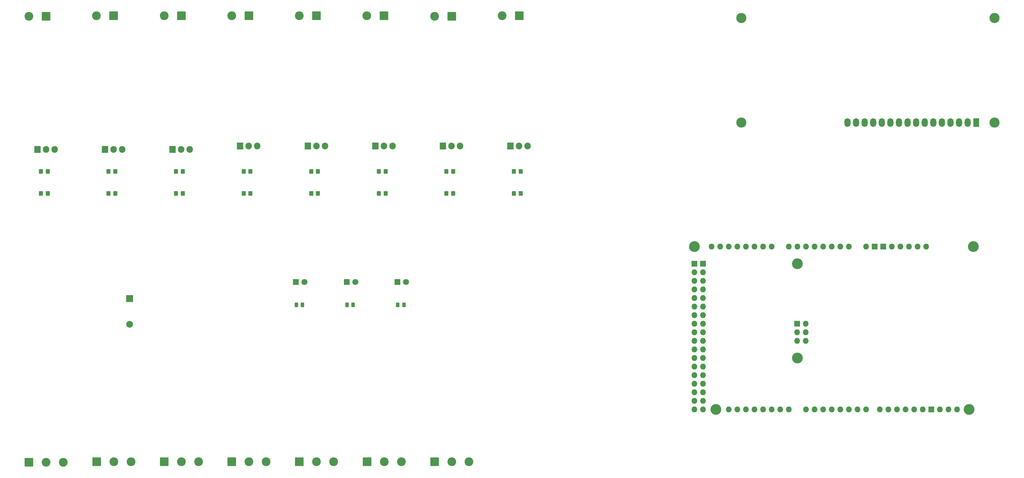
<source format=gbr>
%TF.GenerationSoftware,KiCad,Pcbnew,9.0.7*%
%TF.CreationDate,2026-01-24T11:24:44+03:00*%
%TF.ProjectId,greywater-fed hydroponic system,67726579-7761-4746-9572-2d6665642068,rev?*%
%TF.SameCoordinates,Original*%
%TF.FileFunction,Soldermask,Top*%
%TF.FilePolarity,Negative*%
%FSLAX46Y46*%
G04 Gerber Fmt 4.6, Leading zero omitted, Abs format (unit mm)*
G04 Created by KiCad (PCBNEW 9.0.7) date 2026-01-24 11:24:44*
%MOMM*%
%LPD*%
G01*
G04 APERTURE LIST*
G04 Aperture macros list*
%AMRoundRect*
0 Rectangle with rounded corners*
0 $1 Rounding radius*
0 $2 $3 $4 $5 $6 $7 $8 $9 X,Y pos of 4 corners*
0 Add a 4 corners polygon primitive as box body*
4,1,4,$2,$3,$4,$5,$6,$7,$8,$9,$2,$3,0*
0 Add four circle primitives for the rounded corners*
1,1,$1+$1,$2,$3*
1,1,$1+$1,$4,$5*
1,1,$1+$1,$6,$7*
1,1,$1+$1,$8,$9*
0 Add four rect primitives between the rounded corners*
20,1,$1+$1,$2,$3,$4,$5,0*
20,1,$1+$1,$4,$5,$6,$7,0*
20,1,$1+$1,$6,$7,$8,$9,0*
20,1,$1+$1,$8,$9,$2,$3,0*%
G04 Aperture macros list end*
%ADD10R,2.000000X2.000000*%
%ADD11C,2.000000*%
%ADD12RoundRect,0.250000X0.350000X0.450000X-0.350000X0.450000X-0.350000X-0.450000X0.350000X-0.450000X0*%
%ADD13RoundRect,0.250000X-0.262500X-0.450000X0.262500X-0.450000X0.262500X0.450000X-0.262500X0.450000X0*%
%ADD14RoundRect,0.250000X-1.050000X-1.050000X1.050000X-1.050000X1.050000X1.050000X-1.050000X1.050000X0*%
%ADD15C,2.600000*%
%ADD16R,1.800000X1.800000*%
%ADD17C,1.800000*%
%ADD18RoundRect,0.250000X1.050000X1.050000X-1.050000X1.050000X-1.050000X-1.050000X1.050000X-1.050000X0*%
%ADD19R,1.905000X2.000000*%
%ADD20O,1.905000X2.000000*%
%ADD21RoundRect,0.250000X-0.350000X-0.450000X0.350000X-0.450000X0.350000X0.450000X-0.350000X0.450000X0*%
%ADD22C,3.200000*%
%ADD23O,1.727200X1.727200*%
%ADD24R,1.727200X1.727200*%
%ADD25C,3.000000*%
%ADD26R,1.800000X2.600000*%
%ADD27O,1.800000X2.600000*%
G04 APERTURE END LIST*
D10*
%TO.C,BZ1*%
X101750000Y-142200000D03*
D11*
X101750000Y-149800000D03*
%TD*%
D12*
%TO.C,R12*%
X137500000Y-104500000D03*
X135500000Y-104500000D03*
%TD*%
D13*
%TO.C,R18*%
X151087500Y-144000000D03*
X152912500Y-144000000D03*
%TD*%
D14*
%TO.C,J15*%
X71915000Y-190672500D03*
D15*
X76995000Y-190672500D03*
X82075000Y-190672500D03*
%TD*%
D12*
%TO.C,R14*%
X177500000Y-104500000D03*
X175500000Y-104500000D03*
%TD*%
D14*
%TO.C,J11*%
X152000000Y-190500000D03*
D15*
X157080000Y-190500000D03*
X162160000Y-190500000D03*
%TD*%
D16*
%TO.C,D2*%
X150960000Y-137250000D03*
D17*
X153500000Y-137250000D03*
%TD*%
D14*
%TO.C,J13*%
X112000000Y-190500000D03*
D15*
X117080000Y-190500000D03*
X122160000Y-190500000D03*
%TD*%
D14*
%TO.C,J12*%
X132000000Y-190500000D03*
D15*
X137080000Y-190500000D03*
X142160000Y-190500000D03*
%TD*%
D18*
%TO.C,J1*%
X77000000Y-58500000D03*
D15*
X71920000Y-58500000D03*
%TD*%
D12*
%TO.C,R10*%
X97500000Y-104500000D03*
X95500000Y-104500000D03*
%TD*%
D19*
%TO.C,Q1*%
X74460000Y-97950000D03*
D20*
X77000000Y-97950000D03*
X79540000Y-97950000D03*
%TD*%
D16*
%TO.C,D1*%
X166000000Y-137250000D03*
D17*
X168540000Y-137250000D03*
%TD*%
D19*
%TO.C,Q7*%
X194460000Y-96950000D03*
D20*
X197000000Y-96950000D03*
X199540000Y-96950000D03*
%TD*%
D19*
%TO.C,Q5*%
X154460000Y-96950000D03*
D20*
X157000000Y-96950000D03*
X159540000Y-96950000D03*
%TD*%
D19*
%TO.C,Q6*%
X174460000Y-96950000D03*
D20*
X177000000Y-96950000D03*
X179540000Y-96950000D03*
%TD*%
D18*
%TO.C,J3*%
X117080000Y-58332500D03*
D15*
X112000000Y-58332500D03*
%TD*%
D19*
%TO.C,Q2*%
X94500000Y-98000000D03*
D20*
X97040000Y-98000000D03*
X99580000Y-98000000D03*
%TD*%
D13*
%TO.C,R19*%
X181087500Y-144000000D03*
X182912500Y-144000000D03*
%TD*%
D21*
%TO.C,R3*%
X115500000Y-111000000D03*
X117500000Y-111000000D03*
%TD*%
D14*
%TO.C,J9*%
X192000000Y-190500000D03*
D15*
X197080000Y-190500000D03*
X202160000Y-190500000D03*
%TD*%
D21*
%TO.C,R1*%
X75500000Y-111000000D03*
X77500000Y-111000000D03*
%TD*%
D16*
%TO.C,D3*%
X180980000Y-137250000D03*
D17*
X183520000Y-137250000D03*
%TD*%
D18*
%TO.C,J4*%
X137045000Y-58332500D03*
D15*
X131965000Y-58332500D03*
%TD*%
D18*
%TO.C,J2*%
X97045000Y-58332500D03*
D15*
X91965000Y-58332500D03*
%TD*%
D12*
%TO.C,R13*%
X157500000Y-104500000D03*
X155500000Y-104500000D03*
%TD*%
D19*
%TO.C,Q4*%
X134460000Y-96950000D03*
D20*
X137000000Y-96950000D03*
X139540000Y-96950000D03*
%TD*%
D21*
%TO.C,R2*%
X95500000Y-111000000D03*
X97500000Y-111000000D03*
%TD*%
%TO.C,R8*%
X215500000Y-111000000D03*
X217500000Y-111000000D03*
%TD*%
%TO.C,R7*%
X195500000Y-111000000D03*
X197500000Y-111000000D03*
%TD*%
D19*
%TO.C,Q3*%
X114460000Y-97950000D03*
D20*
X117000000Y-97950000D03*
X119540000Y-97950000D03*
%TD*%
D14*
%TO.C,J10*%
X172000000Y-190500000D03*
D15*
X177080000Y-190500000D03*
X182160000Y-190500000D03*
%TD*%
D13*
%TO.C,R17*%
X166087500Y-144000000D03*
X167912500Y-144000000D03*
%TD*%
D19*
%TO.C,Q8*%
X214460000Y-96950000D03*
D20*
X217000000Y-96950000D03*
X219540000Y-96950000D03*
%TD*%
D22*
%TO.C,A1*%
X351460000Y-126750000D03*
X350190000Y-175010000D03*
D23*
X337490000Y-126750000D03*
D22*
X299390000Y-159770000D03*
X299390000Y-131830000D03*
X275260000Y-175010000D03*
X268910000Y-126750000D03*
D23*
X329870000Y-126750000D03*
X327330000Y-126750000D03*
X299263000Y-154690000D03*
X271450000Y-175010000D03*
X268910000Y-175010000D03*
X314630000Y-126750000D03*
X312090000Y-126750000D03*
X309550000Y-126750000D03*
X307010000Y-126750000D03*
X304470000Y-126750000D03*
X301930000Y-126750000D03*
X299390000Y-126750000D03*
X296850000Y-126750000D03*
X291770000Y-126750000D03*
X289230000Y-126750000D03*
X286690000Y-126750000D03*
X284150000Y-126750000D03*
X281610000Y-126750000D03*
X279070000Y-126750000D03*
X276530000Y-126750000D03*
X273990000Y-126750000D03*
X341554000Y-175010000D03*
X301930000Y-175010000D03*
X304470000Y-175010000D03*
X307010000Y-175010000D03*
X309550000Y-175010000D03*
X312090000Y-175010000D03*
X314630000Y-175010000D03*
X317170000Y-175010000D03*
X319710000Y-175010000D03*
X323774000Y-175010000D03*
X326314000Y-175010000D03*
X328854000Y-175010000D03*
X331394000Y-175010000D03*
X333934000Y-175010000D03*
X336474000Y-175010000D03*
X296850000Y-175010000D03*
X294310000Y-175010000D03*
X291770000Y-175010000D03*
X289230000Y-175010000D03*
X286690000Y-175010000D03*
X284150000Y-175010000D03*
X281610000Y-175010000D03*
X279070000Y-175010000D03*
X271450000Y-172470000D03*
X268910000Y-172470000D03*
X271450000Y-169930000D03*
X268910000Y-169930000D03*
X271450000Y-167390000D03*
X268910000Y-167390000D03*
X271450000Y-164850000D03*
X268910000Y-164850000D03*
X271450000Y-162310000D03*
X268910000Y-162310000D03*
X271450000Y-159770000D03*
X268910000Y-159770000D03*
X271450000Y-157230000D03*
X268910000Y-157230000D03*
X271450000Y-154690000D03*
X268910000Y-154690000D03*
X271450000Y-152150000D03*
X268910000Y-152150000D03*
X271450000Y-149610000D03*
X268910000Y-149610000D03*
X271450000Y-147070000D03*
X268910000Y-147070000D03*
X271450000Y-144530000D03*
X268910000Y-144530000D03*
X271450000Y-141990000D03*
X268910000Y-141990000D03*
X271450000Y-139450000D03*
X268910000Y-139450000D03*
X271450000Y-136910000D03*
X268910000Y-136910000D03*
X271450000Y-134370000D03*
X268910000Y-134370000D03*
D24*
X339014000Y-175010000D03*
X324790000Y-126750000D03*
X322250000Y-126750000D03*
X299263000Y-149610000D03*
X271450000Y-131830000D03*
X268910000Y-131830000D03*
D23*
X334950000Y-126750000D03*
X301803000Y-154690000D03*
X299263000Y-152150000D03*
X332410000Y-126750000D03*
X301803000Y-149610000D03*
X301803000Y-152150000D03*
X346634000Y-175010000D03*
X344094000Y-175010000D03*
X319710000Y-126750000D03*
%TD*%
D21*
%TO.C,R4*%
X135500000Y-111000000D03*
X137500000Y-111000000D03*
%TD*%
D18*
%TO.C,J8*%
X217045000Y-58332500D03*
D15*
X211965000Y-58332500D03*
%TD*%
D12*
%TO.C,R15*%
X197500000Y-104500000D03*
X195500000Y-104500000D03*
%TD*%
D21*
%TO.C,R6*%
X175500000Y-111000000D03*
X177500000Y-111000000D03*
%TD*%
D12*
%TO.C,R9*%
X77500000Y-104500000D03*
X75500000Y-104500000D03*
%TD*%
D18*
%TO.C,J7*%
X197080000Y-58500000D03*
D15*
X192000000Y-58500000D03*
%TD*%
D12*
%TO.C,R11*%
X117500000Y-104500000D03*
X115500000Y-104500000D03*
%TD*%
%TO.C,R16*%
X217500000Y-104500000D03*
X215500000Y-104500000D03*
%TD*%
D14*
%TO.C,J14*%
X92000000Y-190500000D03*
D15*
X97080000Y-190500000D03*
X102160000Y-190500000D03*
%TD*%
D21*
%TO.C,R5*%
X155500000Y-111000000D03*
X157500000Y-111000000D03*
%TD*%
D18*
%TO.C,J6*%
X177045000Y-58332500D03*
D15*
X171965000Y-58332500D03*
%TD*%
D18*
%TO.C,J5*%
X157045000Y-58332500D03*
D15*
X151965000Y-58332500D03*
%TD*%
D25*
%TO.C,DS1*%
X357739100Y-90000000D03*
X357739100Y-58999300D03*
X282740520Y-58999300D03*
X282740000Y-90000000D03*
D26*
X352240000Y-90000000D03*
D27*
X349700000Y-90000000D03*
X347160000Y-90000000D03*
X344620000Y-90000000D03*
X342080000Y-90000000D03*
X339540000Y-90000000D03*
X337000000Y-90000000D03*
X334460000Y-90000000D03*
X331920000Y-90000000D03*
X329380000Y-90000000D03*
X326840000Y-90000000D03*
X324300000Y-90000000D03*
X321760000Y-90000000D03*
X319220000Y-90000000D03*
X316680000Y-90000000D03*
X314140000Y-90000000D03*
%TD*%
M02*

</source>
